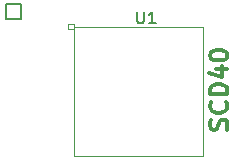
<source format=gbr>
%TF.GenerationSoftware,KiCad,Pcbnew,6.0.7-f9a2dced07~116~ubuntu20.04.1*%
%TF.CreationDate,2022-10-31T14:46:07+01:00*%
%TF.ProjectId,scd40_board,73636434-305f-4626-9f61-72642e6b6963,rev?*%
%TF.SameCoordinates,Original*%
%TF.FileFunction,Legend,Top*%
%TF.FilePolarity,Positive*%
%FSLAX46Y46*%
G04 Gerber Fmt 4.6, Leading zero omitted, Abs format (unit mm)*
G04 Created by KiCad (PCBNEW 6.0.7-f9a2dced07~116~ubuntu20.04.1) date 2022-10-31 14:46:07*
%MOMM*%
%LPD*%
G01*
G04 APERTURE LIST*
%ADD10C,0.150000*%
%ADD11C,0.300000*%
%ADD12C,0.120000*%
G04 APERTURE END LIST*
D10*
X149352000Y-26543000D02*
X150622000Y-26543000D01*
X150622000Y-26543000D02*
X150622000Y-27813000D01*
X150622000Y-27813000D02*
X149352000Y-27813000D01*
X149352000Y-27813000D02*
X149352000Y-26543000D01*
D11*
X167993142Y-37139142D02*
X168064571Y-36924857D01*
X168064571Y-36567714D01*
X167993142Y-36424857D01*
X167921714Y-36353428D01*
X167778857Y-36282000D01*
X167636000Y-36282000D01*
X167493142Y-36353428D01*
X167421714Y-36424857D01*
X167350285Y-36567714D01*
X167278857Y-36853428D01*
X167207428Y-36996285D01*
X167136000Y-37067714D01*
X166993142Y-37139142D01*
X166850285Y-37139142D01*
X166707428Y-37067714D01*
X166636000Y-36996285D01*
X166564571Y-36853428D01*
X166564571Y-36496285D01*
X166636000Y-36282000D01*
X167921714Y-34782000D02*
X167993142Y-34853428D01*
X168064571Y-35067714D01*
X168064571Y-35210571D01*
X167993142Y-35424857D01*
X167850285Y-35567714D01*
X167707428Y-35639142D01*
X167421714Y-35710571D01*
X167207428Y-35710571D01*
X166921714Y-35639142D01*
X166778857Y-35567714D01*
X166636000Y-35424857D01*
X166564571Y-35210571D01*
X166564571Y-35067714D01*
X166636000Y-34853428D01*
X166707428Y-34782000D01*
X168064571Y-34139142D02*
X166564571Y-34139142D01*
X166564571Y-33782000D01*
X166636000Y-33567714D01*
X166778857Y-33424857D01*
X166921714Y-33353428D01*
X167207428Y-33282000D01*
X167421714Y-33282000D01*
X167707428Y-33353428D01*
X167850285Y-33424857D01*
X167993142Y-33567714D01*
X168064571Y-33782000D01*
X168064571Y-34139142D01*
X167064571Y-31996285D02*
X168064571Y-31996285D01*
X166493142Y-32353428D02*
X167564571Y-32710571D01*
X167564571Y-31782000D01*
X166564571Y-30924857D02*
X166564571Y-30782000D01*
X166636000Y-30639142D01*
X166707428Y-30567714D01*
X166850285Y-30496285D01*
X167136000Y-30424857D01*
X167493142Y-30424857D01*
X167778857Y-30496285D01*
X167921714Y-30567714D01*
X167993142Y-30639142D01*
X168064571Y-30782000D01*
X168064571Y-30924857D01*
X167993142Y-31067714D01*
X167921714Y-31139142D01*
X167778857Y-31210571D01*
X167493142Y-31282000D01*
X167136000Y-31282000D01*
X166850285Y-31210571D01*
X166707428Y-31139142D01*
X166636000Y-31067714D01*
X166564571Y-30924857D01*
D10*
%TO.C,U1*%
X160401095Y-27138380D02*
X160401095Y-27947904D01*
X160448714Y-28043142D01*
X160496333Y-28090761D01*
X160591571Y-28138380D01*
X160782047Y-28138380D01*
X160877285Y-28090761D01*
X160924904Y-28043142D01*
X160972523Y-27947904D01*
X160972523Y-27138380D01*
X161972523Y-28138380D02*
X161401095Y-28138380D01*
X161686809Y-28138380D02*
X161686809Y-27138380D01*
X161591571Y-27281238D01*
X161496333Y-27376476D01*
X161401095Y-27424095D01*
D12*
X154528000Y-28659000D02*
X154528000Y-28159000D01*
X155028000Y-28159000D02*
X155028000Y-28659000D01*
X154528000Y-28159000D02*
X155028000Y-28159000D01*
X155028000Y-28659000D02*
X154528000Y-28659000D01*
X155028000Y-28409000D02*
X166028000Y-28409000D01*
X166028000Y-28409000D02*
X166028000Y-39409000D01*
X166028000Y-39409000D02*
X155028000Y-39409000D01*
X155028000Y-39409000D02*
X155028000Y-28409000D01*
%TD*%
M02*

</source>
